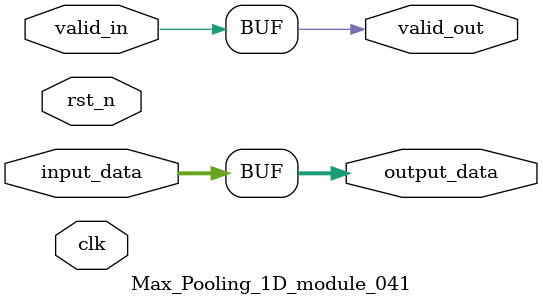
<source format=v>

module Max_Pooling_1D_module_041 (
    input clk,
    input rst_n,
    input valid_in,
    output valid_out,
    // Add specific ports based on operator type
    input [31:0] input_data,
    output [31:0] output_data
);

    // Module implementation would go here
    // This is a template - actual implementation depends on the operator
    
        // Generic operator implementation
    assign output_data = input_data; // Placeholder
    assign valid_out = valid_in;

endmodule

</source>
